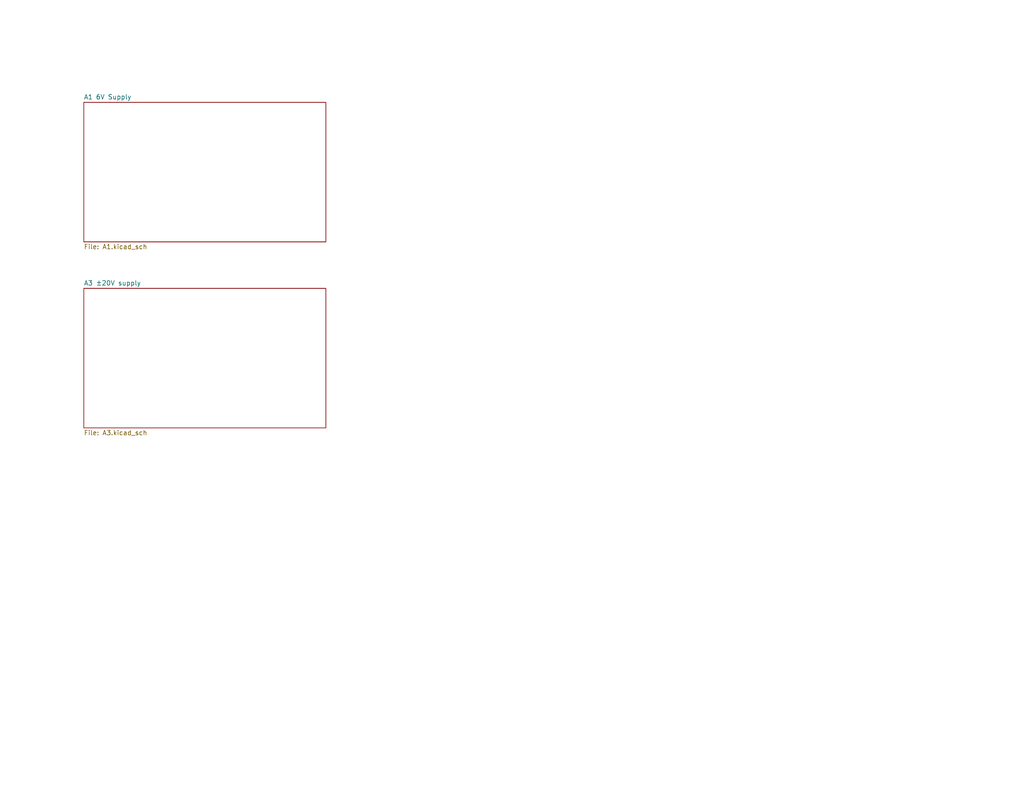
<source format=kicad_sch>
(kicad_sch (version 20211123) (generator eeschema)
  (paper "A")
  (title_block (title "MPS620M Main") (date "2022-06-28") (rev "0") (company "A design by KEPCO") (comment 3 "This schematic © 2022 Kuba Sunderland-Ober") (comment 4 "SPDX-License-Identifier: CERN-OHL-W"))
  (lib_symbols)
  (sheet (at 22.86 27.94) (size 66.04 38.1) (stroke (width 0.1524))
    (property "Sheet name" "A1 6V Supply" (at 22.86 27.2284 0) (effects (justify left bottom)))
    (property "Sheet file" "A1.kicad_sch" (at 22.86 66.6246 0) (effects (justify left top)))
  )
  (sheet (at 22.86 78.74) (size 66.04 38.1) (stroke (width 0.1524))
    (property "Sheet name" "A3 ±20V supply" (at 22.86 78.0284 0) (effects (justify left bottom)))
    (property "Sheet file" "A3.kicad_sch" (at 22.86 117.4246 0) (effects (justify left top)))
  )
)
</source>
